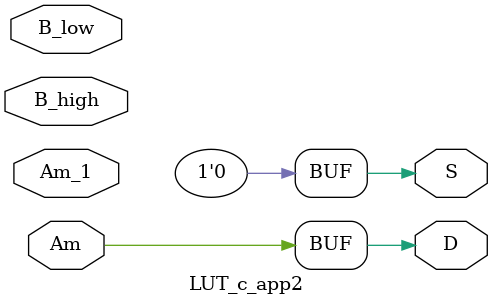
<source format=v>
`timescale 1ns/1ns
module LUT_c_app2(
    input           Am          ,
    input           B_low       ,
    input           Am_1        ,
    input           B_high      ,
    output          S           ,
    output          D           //           
);

	assign D = Am;
	assign S = 1'b0;

endmodule // LUT_c_app2


</source>
